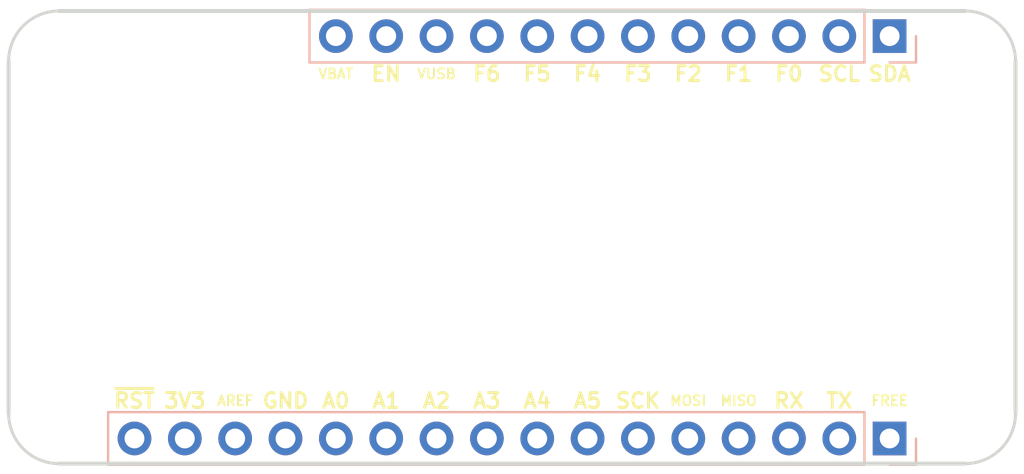
<source format=kicad_pcb>
(kicad_pcb (version 20211014) (generator pcbnew)
  (layers (0 "F.Cu" signal) (31 "B.Cu" signal) (34 "B.Paste" user) (35 "F.Paste" user) (36 "B.SilkS" user "B.Silkscreen") (37 "F.SilkS" user "F.Silkscreen") (38 "B.Mask" user) (39 "F.Mask" user) (44 "Edge.Cuts" user))
  (net 0 "")
  (net 1 "/FREE")
  (net 2 "/TX")
  (net 3 "/RX")
  (net 4 "/MISO")
  (net 5 "/MOSI")
  (net 6 "/SCK")
  (net 7 "/A5")
  (net 8 "/A4")
  (net 9 "/A3")
  (net 10 "/A2")
  (net 11 "/A1")
  (net 12 "/A0")
  (net 13 "GND")
  (net 14 "/AREF")
  (net 15 "+3V3")
  (net 16 "/~{RST}")
  (net 17 "/SDA")
  (net 18 "/SCL")
  (net 19 "/F0")
  (net 20 "/F1")
  (net 21 "/F2")
  (net 22 "/F3")
  (net 23 "/F4")
  (net 24 "/F5")
  (net 25 "/F6")
  (net 26 "/VUSB")
  (net 27 "/EN")
  (net 28 "/VBAT")
  (footprint "MountingHole:MountingHole_2.7mm_M2.5" (layer "F.Cu") (at 27.94 27.94)
    (fp_text reference "REF**" hide)
    (fp_text value "MountingHole_2.7mm_M2.5" hide)
    (pad "" np_thru_hole circle locked (at 0 0) (size 2.7 2.7) (drill 2.7) (layers *.Cu *.Mask))
  )
  (footprint "MountingHole:MountingHole_2.7mm_M2.5" (layer "F.Cu") (at 27.94 45.72)
    (fp_text reference "REF**" hide)
    (fp_text value "MountingHole_2.7mm_M2.5" hide)
    (pad "" np_thru_hole circle locked (at 0 0) (size 2.7 2.7) (drill 2.7) (layers *.Cu *.Mask))
  )
  (footprint "MountingHole:MountingHole_2.7mm_M2.5" (layer "F.Cu") (at 73.66 45.72)
    (fp_text reference "REF**" hide)
    (fp_text value "MountingHole_2.7mm_M2.5" hide)
    (pad "" np_thru_hole circle locked (at 0 0) (size 2.7 2.7) (drill 2.7) (layers *.Cu *.Mask))
  )
  (footprint "MountingHole:MountingHole_2.7mm_M2.5" (layer "F.Cu") (at 73.66 27.94)
    (fp_text reference "REF**" hide)
    (fp_text value "MountingHole_2.7mm_M2.5" hide)
    (pad "" np_thru_hole circle locked (at 0 0) (size 2.7 2.7) (drill 2.7) (layers *.Cu *.Mask))
  )
  (footprint "Connector_PinHeader_2.54mm:PinHeader_1x16_P2.54mm_Vertical" (layer "B.Cu") (at 69.85 46.99 90)
    (fp_text reference "J1" hide)
    (fp_text value "feather long" hide)
    (fp_line (start -1.33 -1.27) (end 1.33 -1.27) (layer "B.SilkS") (width 0.12))
    (fp_line (start -1.33 1.33) (end 0 1.33) (layer "B.SilkS") (width 0.12))
    (fp_line (start -1.33 -1.27) (end -1.33 -39.43) (layer "B.SilkS") (width 0.12))
    (fp_line (start -1.33 -39.43) (end 1.33 -39.43) (layer "B.SilkS") (width 0.12))
    (fp_line (start -1.33 0) (end -1.33 1.33) (layer "B.SilkS") (width 0.12))
    (fp_line (start 1.33 -1.27) (end 1.33 -39.43) (layer "B.SilkS") (width 0.12))
    (pad "1" thru_hole rect locked (at 0 0 90) (size 1.7 1.7) (drill 1) (layers *.Cu *.Mask) (net 1 "/FREE"))
    (pad "2" thru_hole oval locked (at 0 -2.54 90) (size 1.7 1.7) (drill 1) (layers *.Cu *.Mask) (net 2 "/TX"))
    (pad "3" thru_hole oval locked (at 0 -5.08 90) (size 1.7 1.7) (drill 1) (layers *.Cu *.Mask) (net 3 "/RX"))
    (pad "4" thru_hole oval locked (at 0 -7.62 90) (size 1.7 1.7) (drill 1) (layers *.Cu *.Mask) (net 4 "/MISO"))
    (pad "5" thru_hole oval locked (at 0 -10.16 90) (size 1.7 1.7) (drill 1) (layers *.Cu *.Mask) (net 5 "/MOSI"))
    (pad "6" thru_hole oval locked (at 0 -12.7 90) (size 1.7 1.7) (drill 1) (layers *.Cu *.Mask) (net 6 "/SCK"))
    (pad "7" thru_hole oval locked (at 0 -15.24 90) (size 1.7 1.7) (drill 1) (layers *.Cu *.Mask) (net 7 "/A5"))
    (pad "8" thru_hole oval locked (at 0 -17.78 90) (size 1.7 1.7) (drill 1) (layers *.Cu *.Mask) (net 8 "/A4"))
    (pad "9" thru_hole oval locked (at 0 -20.32 90) (size 1.7 1.7) (drill 1) (layers *.Cu *.Mask) (net 9 "/A3"))
    (pad "10" thru_hole oval locked (at 0 -22.86 90) (size 1.7 1.7) (drill 1) (layers *.Cu *.Mask) (net 10 "/A2"))
    (pad "11" thru_hole oval locked (at 0 -25.4 90) (size 1.7 1.7) (drill 1) (layers *.Cu *.Mask) (net 11 "/A1"))
    (pad "12" thru_hole oval locked (at 0 -27.94 90) (size 1.7 1.7) (drill 1) (layers *.Cu *.Mask) (net 12 "/A0"))
    (pad "13" thru_hole oval locked (at 0 -30.48 90) (size 1.7 1.7) (drill 1) (layers *.Cu *.Mask) (net 13 "GND"))
    (pad "14" thru_hole oval locked (at 0 -33.02 90) (size 1.7 1.7) (drill 1) (layers *.Cu *.Mask) (net 14 "/AREF"))
    (pad "15" thru_hole oval locked (at 0 -35.56 90) (size 1.7 1.7) (drill 1) (layers *.Cu *.Mask) (net 15 "+3V3"))
    (pad "16" thru_hole oval locked (at 0 -38.1 90) (size 1.7 1.7) (drill 1) (layers *.Cu *.Mask) (net 16 "/~{RST}"))
  )
  (footprint "Connector_PinHeader_2.54mm:PinHeader_1x12_P2.54mm_Vertical" (layer "B.Cu") (at 69.85 26.67 90)
    (fp_text reference "J2" hide)
    (fp_text value "feather short" hide)
    (fp_line (start -1.33 -29.27) (end 1.33 -29.27) (layer "B.SilkS") (width 0.12))
    (fp_line (start -1.33 0) (end -1.33 1.33) (layer "B.SilkS") (width 0.12))
    (fp_line (start -1.33 1.33) (end 0 1.33) (layer "B.SilkS") (width 0.12))
    (fp_line (start -1.33 -1.27) (end 1.33 -1.27) (layer "B.SilkS") (width 0.12))
    (fp_line (start -1.33 -1.27) (end -1.33 -29.27) (layer "B.SilkS") (width 0.12))
    (fp_line (start 1.33 -1.27) (end 1.33 -29.27) (layer "B.SilkS") (width 0.12))
    (pad "1" thru_hole rect locked (at 0 0 90) (size 1.7 1.7) (drill 1) (layers *.Cu *.Mask) (net 17 "/SDA"))
    (pad "2" thru_hole oval locked (at 0 -2.54 90) (size 1.7 1.7) (drill 1) (layers *.Cu *.Mask) (net 18 "/SCL"))
    (pad "3" thru_hole oval locked (at 0 -5.08 90) (size 1.7 1.7) (drill 1) (layers *.Cu *.Mask) (net 19 "/F0"))
    (pad "4" thru_hole oval locked (at 0 -7.62 90) (size 1.7 1.7) (drill 1) (layers *.Cu *.Mask) (net 20 "/F1"))
    (pad "5" thru_hole oval locked (at 0 -10.16 90) (size 1.7 1.7) (drill 1) (layers *.Cu *.Mask) (net 21 "/F2"))
    (pad "6" thru_hole oval locked (at 0 -12.7 90) (size 1.7 1.7) (drill 1) (layers *.Cu *.Mask) (net 22 "/F3"))
    (pad "7" thru_hole oval locked (at 0 -15.24 90) (size 1.7 1.7) (drill 1) (layers *.Cu *.Mask) (net 23 "/F4"))
    (pad "8" thru_hole oval locked (at 0 -17.78 90) (size 1.7 1.7) (drill 1) (layers *.Cu *.Mask) (net 24 "/F5"))
    (pad "9" thru_hole oval locked (at 0 -20.32 90) (size 1.7 1.7) (drill 1) (layers *.Cu *.Mask) (net 25 "/F6"))
    (pad "10" thru_hole oval locked (at 0 -22.86 90) (size 1.7 1.7) (drill 1) (layers *.Cu *.Mask) (net 26 "/VUSB"))
    (pad "11" thru_hole oval locked (at 0 -25.4 90) (size 1.7 1.7) (drill 1) (layers *.Cu *.Mask) (net 27 "/EN"))
    (pad "12" thru_hole oval locked (at 0 -27.94 90) (size 1.7 1.7) (drill 1) (layers *.Cu *.Mask) (net 28 "/VBAT"))
  )
  (gr_arc (start 76.2 45.72) (mid 75.456051 47.516051) (end 73.66 48.26) (layer "Edge.Cuts") (width 0.15))
  (gr_arc (start 25.4 27.94) (mid 26.143949 26.143949) (end 27.94 25.4) (layer "Edge.Cuts") (width 0.15))
  (gr_line (start 76.2 27.94) (end 76.2 45.72) (layer "Edge.Cuts") (width 0.2))
  (gr_arc (start 73.66 25.4) (mid 75.456051 26.143949) (end 76.2 27.94) (layer "Edge.Cuts") (width 0.15))
  (gr_line (start 73.66 48.26) (end 27.94 48.26) (layer "Edge.Cuts") (width 0.2))
  (gr_arc (start 27.94 48.26) (mid 26.143949 47.516051) (end 25.4 45.72) (layer "Edge.Cuts") (width 0.15))
  (gr_line (start 27.94 25.4) (end 73.66 25.4) (layer "Edge.Cuts") (width 0.2))
  (gr_line (start 25.4 45.72) (end 25.4 27.94) (layer "Edge.Cuts") (width 0.2))
  (gr_text "3V3" (at 34.29 45.085) (layer "F.SilkS") (effects (font (size 0.75 0.75))))
  (gr_text "AREF" (at 36.83 45.085) (layer "F.SilkS") (effects (font (size 0.5 0.5) (thickness 0.1))))
  (gr_text "GND" (at 39.37 45.085) (layer "F.SilkS") (effects (font (size 0.75 0.75))))
  (gr_text "A0" (at 41.91 45.085) (layer "F.SilkS") (effects (font (size 0.75 0.75))))
  (gr_text "A1" (at 44.45 45.085) (layer "F.SilkS") (effects (font (size 0.75 0.75))))
  (gr_text "A2" (at 46.99 45.085) (layer "F.SilkS") (effects (font (size 0.75 0.75))))
  (gr_text "A3" (at 49.53 45.085) (layer "F.SilkS") (effects (font (size 0.75 0.75))))
  (gr_text "A4" (at 52.07 45.085) (layer "F.SilkS") (effects (font (size 0.75 0.75))))
  (gr_text "A5" (at 54.61 45.085) (layer "F.SilkS") (effects (font (size 0.75 0.75))))
  (gr_text "SCK" (at 57.15 45.085) (layer "F.SilkS") (effects (font (size 0.75 0.75))))
  (gr_text "MOSI" (at 59.69 45.085) (layer "F.SilkS") (effects (font (size 0.5 0.5) (thickness 0.1))))
  (gr_text "MISO" (at 62.23 45.085) (layer "F.SilkS") (effects (font (size 0.5 0.5) (thickness 0.1))))
  (gr_text "RX" (at 64.77 45.085) (layer "F.SilkS") (effects (font (size 0.75 0.75))))
  (gr_text "TX" (at 67.31 45.085) (layer "F.SilkS") (effects (font (size 0.75 0.75))))
  (gr_text "FREE" (at 69.85 45.085) (layer "F.SilkS") (effects (font (size 0.5 0.5) (thickness 0.1))))
  (gr_text "SDA" (at 69.85 28.575) (layer "F.SilkS") (effects (font (size 0.75 0.75))))
  (gr_text "SCL" (at 67.31 28.575) (layer "F.SilkS") (effects (font (size 0.75 0.75))))
  (gr_text "F0" (at 64.77 28.575) (layer "F.SilkS") (effects (font (size 0.75 0.75))))
  (gr_text "F1" (at 62.23 28.575) (layer "F.SilkS") (effects (font (size 0.75 0.75))))
  (gr_text "F2" (at 59.69 28.575) (layer "F.SilkS") (effects (font (size 0.75 0.75))))
  (gr_text "F3" (at 57.15 28.575) (layer "F.SilkS") (effects (font (size 0.75 0.75))))
  (gr_text "F4" (at 54.61 28.575) (layer "F.SilkS") (effects (font (size 0.75 0.75))))
  (gr_text "F5" (at 52.07 28.575) (layer "F.SilkS") (effects (font (size 0.75 0.75))))
  (gr_text "F6" (at 49.53 28.575) (layer "F.SilkS") (effects (font (size 0.75 0.75))))
  (gr_text "EN" (at 44.45 28.575) (layer "F.SilkS") (effects (font (size 0.75 0.75))))
  (gr_text "VBAT" (at 41.91 28.575) (layer "F.SilkS") (effects (font (size 0.5 0.5) (thickness 0.1))))
  (gr_text "VUSB" (at 46.99 28.575) (layer "F.SilkS") (effects (font (size 0.5 0.5) (thickness 0.1))))
  (gr_text "~{RST}" (at 31.75 45.085) (layer "F.SilkS") (effects (font (size 0.75 0.75))))
)
</source>
